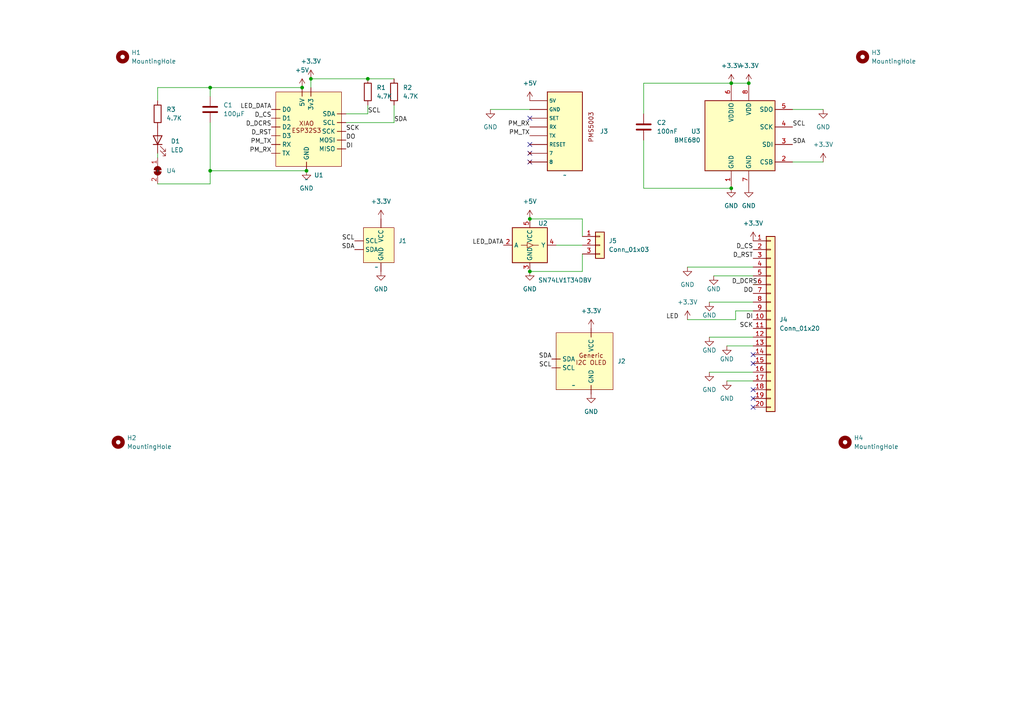
<source format=kicad_sch>
(kicad_sch (version 20231120) (generator "eeschema") (generator_version "8.0")
  (paper "A4")
  (lib_symbols
    (symbol "1mySymbols:Generic_I2C_OLED" (pin_numbers hide)
      (property "Reference" "J" (at 1.27 -3.81 0))
      (symbol "Generic_I2C_OLED_1_1"
        (rectangle (start -5.08 15.24) (end 11.43 -1.27) (fill (type background)))
        (text "Generic\nI2C OLED" (at 5.08 7.62 0) (effects (font (size 1.27 1.27))))
        (pin input line (at -6.35 7.62 0) (length 2.54) (name "SDA") (number "1"))
        (pin input line (at -6.35 5.08 0) (length 2.54) (name "SCL") (number "2"))
        (pin power_in line (at 5.08 -2.54 90) (length 2.54) (name "GND") (number "3"))
        (pin power_in line (at 5.08 16.51 270) (length 2.54) (name "VCC") (number "4"))
      )
    )
    (symbol "1mySymbols:PMS5003_Connector" (pin_numbers hide)
      (property "Reference" "J" (at 0 26.67 0))
      (symbol "PMS5003_Connector_0_0"
        (rectangle (start -5.08 1.27) (end 5.08 24.13) (stroke (width 0.254)) (fill (type background)))
      )
      (symbol "PMS5003_Connector_1_0"
        (pin power_in line (at -10.16 21.59 0) (length 5.08) (name "5V") (number "1"))
        (pin power_in line (at -10.16 19.05 0) (length 5.08) (name "GND") (number "2"))
        (pin input line (at -10.16 16.51 0) (length 5.08) (name "SET") (number "3"))
        (pin input line (at -10.16 13.97 0) (length 5.08) (name "RX") (number "4"))
        (pin output line (at -10.16 11.43 0) (length 5.08) (name "TX") (number "5"))
        (pin input line (at -10.16 8.89 0) (length 5.08) (name "RESET") (number "6"))
        (pin no_connect line (at -10.16 6.35 0) (length 5.08) (name "7") (number "7"))
        (pin no_connect line (at -10.16 3.81 0) (length 5.08) (name "8") (number "8"))
      )
      (symbol "PMS5003_Connector_1_1"
        (text "PMS5003" (at 7.62 13.97 900) (effects (font (size 1.27 1.27))))
      )
    )
    (symbol "1mySymbols:STEMMA_QT/Qwiic" (pin_numbers hide)
      (property "Reference" "J" (at 0 15.24 0))
      (property "Footprint" "Connector_JST:JST_SH_SM04B-SRSS-TB_1x04-1MP_P1.00mm_Horizontal" (at 0 -2.54 0))
      (symbol "STEMMA_QT/Qwiic_1_1"
        (rectangle (start -3.81 11.43) (end 5.08 1.27) (fill (type background)))
        (pin power_in line (at 1.27 -1.27 90) (length 2.54) (name "GND") (number "1"))
        (pin power_in line (at 1.27 13.97 270) (length 2.54) (name "VCC") (number "2"))
        (pin bidirectional line (at -6.35 5.08 0) (length 2.54) (name "SDA") (number "3"))
        (pin input line (at -6.35 7.62 0) (length 2.54) (name "SCL") (number "4"))
      )
    )
    (symbol "1mySymbols:Xiao_ESP32S3" (pin_numbers hide)
      (property "Reference" "U" (at 0 30.48 0))
      (property "Datasheet" "https://wiki.seeedstudio.com/xiao_esp32s3_getting_started/" (at 0 0 0))
      (symbol "Xiao_ESP32S3_1_1"
        (rectangle (start -8.89 25.4) (end 10.16 3.81) (fill (type background)))
        (text "XIAO\nESP32S3" (at 0 15.24 0) (effects (font (size 1.27 1.27))))
        (pin bidirectional line (at -10.16 20.32 0) (length 2.54) (name "D0") (number "1"))
        (pin bidirectional line (at 11.43 8.89 180) (length 2.54) (name "MISO") (number "10"))
        (pin bidirectional line (at 11.43 11.43 180) (length 2.54) (name "MOSI") (number "11"))
        (pin power_in line (at 1.27 26.67 270) (length 2.54) (name "3v3") (number "12"))
        (pin power_out line (at 0 2.54 90) (length 2.54) (name "GND") (number "13"))
        (pin power_out line (at -1.27 26.67 270) (length 2.54) (name "5V") (number "14"))
        (pin bidirectional line (at -10.16 17.78 0) (length 2.54) (name "D1") (number "2"))
        (pin bidirectional line (at -10.16 15.24 0) (length 2.54) (name "D2") (number "3"))
        (pin bidirectional line (at -10.16 12.7 0) (length 2.54) (name "D3") (number "4"))
        (pin bidirectional line (at 11.43 19.05 180) (length 2.54) (name "SDA") (number "5"))
        (pin bidirectional line (at 11.43 16.51 180) (length 2.54) (name "SCL") (number "6"))
        (pin bidirectional line (at -10.16 7.62 0) (length 2.54) (name "TX") (number "7"))
        (pin bidirectional line (at -10.16 10.16 0) (length 2.54) (name "RX") (number "8"))
        (pin bidirectional line (at 11.43 13.97 180) (length 2.54) (name "SCK") (number "9"))
      )
    )
    (symbol "Connector_Generic:Conn_01x03" (pin_names (offset 1.016) hide)
      (property "Reference" "J" (at 0 5.08 0))
      (property "Value" "Conn_01x03" (at 0 -5.08 0))
      (symbol "Conn_01x03_1_1"
        (rectangle (start -1.27 -2.413) (end 0 -2.667) (stroke (width 0.1524)))
        (rectangle (start -1.27 0.127) (end 0 -0.127) (stroke (width 0.1524)))
        (rectangle (start -1.27 2.667) (end 0 2.413) (stroke (width 0.1524)))
        (rectangle (start -1.27 3.81) (end 1.27 -3.81) (stroke (width 0.254)) (fill (type background)))
        (pin passive line (at -5.08 2.54 0) (length 3.81) (name "Pin_1") (number "1"))
        (pin passive line (at -5.08 0 0) (length 3.81) (name "Pin_2") (number "2"))
        (pin passive line (at -5.08 -2.54 0) (length 3.81) (name "Pin_3") (number "3"))
      )
    )
    (symbol "Connector_Generic:Conn_01x20" (pin_names (offset 1.016) hide)
      (property "Reference" "J" (at 0 25.4 0))
      (property "Value" "Conn_01x20" (at 0 -27.94 0))
      (symbol "Conn_01x20_1_1"
        (rectangle (start -1.27 -25.273) (end 0 -25.527) (stroke (width 0.1524)))
        (rectangle (start -1.27 -22.733) (end 0 -22.987) (stroke (width 0.1524)))
        (rectangle (start -1.27 -20.193) (end 0 -20.447) (stroke (width 0.1524)))
        (rectangle (start -1.27 -17.653) (end 0 -17.907) (stroke (width 0.1524)))
        (rectangle (start -1.27 -15.113) (end 0 -15.367) (stroke (width 0.1524)))
        (rectangle (start -1.27 -12.573) (end 0 -12.827) (stroke (width 0.1524)))
        (rectangle (start -1.27 -10.033) (end 0 -10.287) (stroke (width 0.1524)))
        (rectangle (start -1.27 -7.493) (end 0 -7.747) (stroke (width 0.1524)))
        (rectangle (start -1.27 -4.953) (end 0 -5.207) (stroke (width 0.1524)))
        (rectangle (start -1.27 -2.413) (end 0 -2.667) (stroke (width 0.1524)))
        (rectangle (start -1.27 0.127) (end 0 -0.127) (stroke (width 0.1524)))
        (rectangle (start -1.27 2.667) (end 0 2.413) (stroke (width 0.1524)))
        (rectangle (start -1.27 5.207) (end 0 4.953) (stroke (width 0.1524)))
        (rectangle (start -1.27 7.747) (end 0 7.493) (stroke (width 0.1524)))
        (rectangle (start -1.27 10.287) (end 0 10.033) (stroke (width 0.1524)))
        (rectangle (start -1.27 12.827) (end 0 12.573) (stroke (width 0.1524)))
        (rectangle (start -1.27 15.367) (end 0 15.113) (stroke (width 0.1524)))
        (rectangle (start -1.27 17.907) (end 0 17.653) (stroke (width 0.1524)))
        (rectangle (start -1.27 20.447) (end 0 20.193) (stroke (width 0.1524)))
        (rectangle (start -1.27 22.987) (end 0 22.733) (stroke (width 0.1524)))
        (rectangle (start -1.27 24.13) (end 1.27 -26.67) (stroke (width 0.254)) (fill (type background)))
        (pin passive line (at -5.08 22.86 0) (length 3.81) (name "Pin_1") (number "1"))
        (pin passive line (at -5.08 0 0) (length 3.81) (name "Pin_10") (number "10"))
        (pin passive line (at -5.08 -2.54 0) (length 3.81) (name "Pin_11") (number "11"))
        (pin passive line (at -5.08 -5.08 0) (length 3.81) (name "Pin_12") (number "12"))
        (pin passive line (at -5.08 -7.62 0) (length 3.81) (name "Pin_13") (number "13"))
        (pin passive line (at -5.08 -10.16 0) (length 3.81) (name "Pin_14") (number "14"))
        (pin passive line (at -5.08 -12.7 0) (length 3.81) (name "Pin_15") (number "15"))
        (pin passive line (at -5.08 -15.24 0) (length 3.81) (name "Pin_16") (number "16"))
        (pin passive line (at -5.08 -17.78 0) (length 3.81) (name "Pin_17") (number "17"))
        (pin passive line (at -5.08 -20.32 0) (length 3.81) (name "Pin_18") (number "18"))
        (pin passive line (at -5.08 -22.86 0) (length 3.81) (name "Pin_19") (number "19"))
        (pin passive line (at -5.08 20.32 0) (length 3.81) (name "Pin_2") (number "2"))
        (pin passive line (at -5.08 -25.4 0) (length 3.81) (name "Pin_20") (number "20"))
        (pin passive line (at -5.08 17.78 0) (length 3.81) (name "Pin_3") (number "3"))
        (pin passive line (at -5.08 15.24 0) (length 3.81) (name "Pin_4") (number "4"))
        (pin passive line (at -5.08 12.7 0) (length 3.81) (name "Pin_5") (number "5"))
        (pin passive line (at -5.08 10.16 0) (length 3.81) (name "Pin_6") (number "6"))
        (pin passive line (at -5.08 7.62 0) (length 3.81) (name "Pin_7") (number "7"))
        (pin passive line (at -5.08 5.08 0) (length 3.81) (name "Pin_8") (number "8"))
        (pin passive line (at -5.08 2.54 0) (length 3.81) (name "Pin_9") (number "9"))
      )
    )
    (symbol "Device:C" (pin_numbers hide) (pin_names (offset 0.254))
      (property "Reference" "C" (at 0.635 2.54 0))
      (property "Value" "C" (at 0.635 -2.54 0))
      (symbol "C_0_1"
        (polyline (pts (xy -2.032 -0.762) (xy 2.032 -0.762)) (stroke (width 0.508)))
        (polyline (pts (xy -2.032 0.762) (xy 2.032 0.762)) (stroke (width 0.508)))
      )
      (symbol "C_1_1"
        (pin passive line (at 0 3.81 270) (length 2.794) (name "~") (number "1"))
        (pin passive line (at 0 -3.81 90) (length 2.794) (name "~") (number "2"))
      )
    )
    (symbol "Device:LED" (pin_numbers hide) (pin_names (offset 1.016) hide)
      (property "Reference" "D" (at 0 2.54 0))
      (property "Value" "LED" (at 0 -2.54 0))
      (symbol "LED_0_1"
        (polyline (pts (xy -1.27 -1.27) (xy -1.27 1.27)) (stroke (width 0.254)))
        (polyline (pts (xy -1.27 0) (xy 1.27 0)))
        (polyline (pts (xy 1.27 -1.27) (xy 1.27 1.27) (xy -1.27 0) (xy 1.27 -1.27)) (stroke (width 0.254)))
        (polyline (pts (xy -3.048 -0.762) (xy -4.572 -2.286) (xy -3.81 -2.286) (xy -4.572 -2.286) (xy -4.572 -1.524)))
        (polyline (pts (xy -1.778 -0.762) (xy -3.302 -2.286) (xy -2.54 -2.286) (xy -3.302 -2.286) (xy -3.302 -1.524)))
      )
      (symbol "LED_1_1"
        (pin passive line (at -3.81 0 0) (length 2.54) (name "K") (number "1"))
        (pin passive line (at 3.81 0 180) (length 2.54) (name "A") (number "2"))
      )
    )
    (symbol "Device:R" (pin_numbers hide) (pin_names (offset 0))
      (property "Reference" "R" (at 2.032 0 90))
      (property "Value" "R" (at 0 0 90))
      (symbol "R_0_1"
        (rectangle (start -1.016 -2.54) (end 1.016 2.54) (stroke (width 0.254)))
      )
      (symbol "R_1_1"
        (pin passive line (at 0 3.81 270) (length 1.27) (name "~") (number "1"))
        (pin passive line (at 0 -3.81 90) (length 1.27) (name "~") (number "2"))
      )
    )
    (symbol "Jumper:SolderJumper_2_Bridged" (pin_names (offset 0) hide)
      (property "Reference" "JP" (at 0 2.032 0))
      (property "Value" "SolderJumper_2_Bridged" (at 0 -2.54 0))
      (symbol "SolderJumper_2_Bridged_0_1"
        (rectangle (start -0.508 0.508) (end 0.508 -0.508) (fill (type outline)))
        (arc (start -0.254 1.016) (mid -1.2656 0) (end -0.254 -1.016))
        (arc (start -0.254 1.016) (mid -1.2656 0) (end -0.254 -1.016) (fill (type outline)))
        (polyline (pts (xy -0.254 1.016) (xy -0.254 -1.016)))
        (polyline (pts (xy 0.254 1.016) (xy 0.254 -1.016)))
        (arc (start 0.254 -1.016) (mid 1.2656 0) (end 0.254 1.016))
        (arc (start 0.254 -1.016) (mid 1.2656 0) (end 0.254 1.016) (fill (type outline)))
      )
      (symbol "SolderJumper_2_Bridged_1_1"
        (pin passive line (at -3.81 0 0) (length 2.54) (name "A") (number "1"))
        (pin passive line (at 3.81 0 180) (length 2.54) (name "B") (number "2"))
      )
    )
    (symbol "Logic_LevelTranslator:SN74LV1T34DBV"
      (property "Reference" "U" (at 5.08 6.35 0))
      (property "Value" "SN74LV1T34DBV" (at 5.08 3.81 0))
      (symbol "SN74LV1T34DBV_0_1"
        (rectangle (start -5.08 5.08) (end 5.08 -5.08) (stroke (width 0.254)) (fill (type background)))
        (polyline (pts (xy -0.762 0) (xy -2.54 0)))
        (polyline (pts (xy 1.016 0) (xy 2.54 0)))
      )
      (symbol "SN74LV1T34DBV_1_1"
        (polyline (pts (xy -0.762 -0.762) (xy -0.762 0.762) (xy 1.016 0) (xy -0.762 -0.762)))
        (pin no_connect line (at -5.08 2.54 0) (length 2.54) hide (name "NC") (number "1"))
        (pin input line (at -7.62 0 0) (length 2.54) (name "A") (number "2"))
        (pin power_in line (at 0 -7.62 90) (length 2.54) (name "GND") (number "3"))
        (pin output line (at 7.62 0 180) (length 2.54) (name "Y") (number "4"))
        (pin power_in line (at 0 7.62 270) (length 2.54) (name "VCC") (number "5"))
      )
    )
    (symbol "Mechanical:MountingHole" (pin_names (offset 1.016))
      (property "Reference" "H" (at 0 5.08 0))
      (property "Value" "MountingHole" (at 0 3.175 0))
      (symbol "MountingHole_0_1"
        (circle (center 0 0) (radius 1.27) (stroke (width 1.27)))
      )
    )
    (symbol "Sensor:BME680"
      (property "Reference" "U" (at -8.89 11.43 0))
      (property "Value" "BME680" (at 7.62 11.43 0))
      (symbol "BME680_0_1"
        (rectangle (start -10.16 10.16) (end 10.16 -10.16) (stroke (width 0.254)) (fill (type background)))
      )
      (symbol "BME680_1_1"
        (pin power_in line (at -2.54 -15.24 90) (length 5.08) (name "GND") (number "1"))
        (pin input line (at 15.24 -7.62 180) (length 5.08) (name "CSB") (number "2"))
        (pin bidirectional line (at 15.24 -2.54 180) (length 5.08) (name "SDI") (number "3"))
        (pin input line (at 15.24 2.54 180) (length 5.08) (name "SCK") (number "4"))
        (pin bidirectional line (at 15.24 7.62 180) (length 5.08) (name "SDO") (number "5"))
        (pin power_in line (at -2.54 15.24 270) (length 5.08) (name "VDDIO") (number "6"))
        (pin power_in line (at 2.54 -15.24 90) (length 5.08) (name "GND") (number "7"))
        (pin power_in line (at 2.54 15.24 270) (length 5.08) (name "VDD") (number "8"))
      )
    )
    (symbol "power:+3.3V" (power) (pin_names (offset 0))
      (property "Value" "+3.3V" (at 0 3.556 0))
      (symbol "+3.3V_0_1"
        (polyline (pts (xy -0.762 1.27) (xy 0 2.54)))
        (polyline (pts (xy 0 0) (xy 0 2.54)))
        (polyline (pts (xy 0 2.54) (xy 0.762 1.27)))
      )
      (symbol "+3.3V_1_1"
        (pin power_in line (at 0 0 90) (length 0) hide (name "+3.3V") (number "1"))
      )
    )
    (symbol "power:+5V" (power) (pin_names (offset 0))
      (property "Value" "+5V" (at 0 3.556 0))
      (symbol "+5V_0_1"
        (polyline (pts (xy -0.762 1.27) (xy 0 2.54)))
        (polyline (pts (xy 0 0) (xy 0 2.54)))
        (polyline (pts (xy 0 2.54) (xy 0.762 1.27)))
      )
      (symbol "+5V_1_1"
        (pin power_in line (at 0 0 90) (length 0) hide (name "+5V") (number "1"))
      )
    )
    (symbol "power:GND" (power) (pin_names (offset 0))
      (property "Value" "GND" (at 0 -3.81 0))
      (symbol "GND_0_1"
        (polyline (pts (xy 0 0) (xy 0 -1.27) (xy 1.27 -1.27) (xy 0 -2.54) (xy -1.27 -1.27) (xy 0 -1.27)))
      )
      (symbol "GND_1_1"
        (pin power_in line (at 0 0 270) (length 0) hide (name "GND") (number "1"))
      )
    )
  )
  (junction (at 87.63 25.4))
  (junction (at 60.96 49.53))
  (junction (at 106.68 22.86))
  (junction (at 153.67 78.74))
  (junction (at 217.17 24.13))
  (junction (at 88.9 49.53))
  (junction (at 90.17 22.86))
  (junction (at 212.09 24.13))
  (junction (at 60.96 25.4))
  (junction (at 212.09 54.61))
  (junction (at 153.67 63.5))
  (no_connect (at 218.44 102.87))
  (no_connect (at 153.67 44.45))
  (no_connect (at 218.44 113.03))
  (no_connect (at 218.44 105.41))
  (no_connect (at 153.67 46.99))
  (no_connect (at 153.67 41.91))
  (no_connect (at 218.44 118.11))
  (no_connect (at 218.44 115.57))
  (no_connect (at 153.67 34.29))
  (wire (pts (xy 205.74 87.63) (xy 218.44 87.63)))
  (wire (pts (xy 87.63 25.4) (xy 60.96 25.4)))
  (wire (pts (xy 205.74 97.79) (xy 218.44 97.79)))
  (wire (pts (xy 161.29 71.12) (xy 168.91 71.12)))
  (wire (pts (xy 45.72 44.45) (xy 45.72 45.72)))
  (wire (pts (xy 90.17 22.86) (xy 106.68 22.86)))
  (wire (pts (xy 219.71 82.55) (xy 218.44 82.55)))
  (wire (pts (xy 205.74 107.95) (xy 218.44 107.95)))
  (wire (pts (xy 212.09 24.13) (xy 217.17 24.13)))
  (wire (pts (xy 207.01 80.01) (xy 218.44 80.01)))
  (wire (pts (xy 213.36 90.17) (xy 218.44 90.17)))
  (wire (pts (xy 106.68 22.86) (xy 114.3 22.86)))
  (wire (pts (xy 60.96 25.4) (xy 60.96 27.94)))
  (wire (pts (xy 238.76 46.99) (xy 229.87 46.99)))
  (wire (pts (xy 106.68 33.02) (xy 100.33 33.02)))
  (wire (pts (xy 212.09 24.13) (xy 186.69 24.13)))
  (wire (pts (xy 186.69 24.13) (xy 186.69 33.02)))
  (wire (pts (xy 213.36 92.71) (xy 213.36 90.17)))
  (wire (pts (xy 114.3 30.48) (xy 114.3 35.56)))
  (wire (pts (xy 45.72 53.34) (xy 60.96 53.34)))
  (wire (pts (xy 45.72 25.4) (xy 60.96 25.4)))
  (wire (pts (xy 60.96 49.53) (xy 60.96 53.34)))
  (wire (pts (xy 106.68 30.48) (xy 106.68 33.02)))
  (wire (pts (xy 88.9 49.53) (xy 60.96 49.53)))
  (wire (pts (xy 153.67 78.74) (xy 168.91 78.74)))
  (wire (pts (xy 186.69 54.61) (xy 186.69 40.64)))
  (wire (pts (xy 168.91 73.66) (xy 168.91 78.74)))
  (wire (pts (xy 199.39 77.47) (xy 218.44 77.47)))
  (wire (pts (xy 142.24 31.75) (xy 153.67 31.75)))
  (wire (pts (xy 210.82 110.49) (xy 218.44 110.49)))
  (wire (pts (xy 153.67 63.5) (xy 168.91 63.5)))
  (wire (pts (xy 238.76 31.75) (xy 229.87 31.75)))
  (wire (pts (xy 212.09 54.61) (xy 186.69 54.61)))
  (wire (pts (xy 114.3 35.56) (xy 100.33 35.56)))
  (wire (pts (xy 168.91 63.5) (xy 168.91 68.58)))
  (wire (pts (xy 90.17 22.86) (xy 90.17 25.4)))
  (wire (pts (xy 199.39 92.71) (xy 213.36 92.71)))
  (wire (pts (xy 210.82 100.33) (xy 218.44 100.33)))
  (wire (pts (xy 60.96 35.56) (xy 60.96 49.53)))
  (wire (pts (xy 45.72 25.4) (xy 45.72 29.21)))
  (label "SCK" (at 100.33 38.1 0))
  (label "LED_DATA" (at 78.74 31.75 180))
  (label "SCL" (at 106.68 33.02 0))
  (label "LED_DATA" (at 146.05 71.12 180))
  (label "DO" (at 218.44 85.09 180))
  (label "DI" (at 218.44 92.71 180))
  (label "D_CS" (at 78.74 34.29 180))
  (label "PM_TX" (at 78.74 41.91 180))
  (label "SCL" (at 102.87 69.85 180))
  (label "D_DCRS" (at 78.74 36.83 180))
  (label "SCL" (at 160.02 106.68 180))
  (label "PM_TX" (at 153.67 39.37 180))
  (label "SDA" (at 114.3 35.56 0))
  (label "SDA" (at 102.87 72.39 180))
  (label "SDA" (at 160.02 104.14 180))
  (label "D_RST" (at 78.74 39.37 180))
  (label "SDA" (at 229.87 41.91 0))
  (label "DO" (at 100.33 40.64 0))
  (label "D_CS" (at 218.44 72.39 180))
  (label "DI" (at 100.33 43.18 0))
  (label "D_RST" (at 218.44 74.93 180))
  (label "PM_RX" (at 78.74 44.45 180))
  (label "PM_RX" (at 153.67 36.83 180))
  (label "D_DCRS" (at 219.71 82.55 180))
  (label "SCK" (at 218.44 95.25 180))
  (label "SCL" (at 229.87 36.83 0))
  (label "LED" (at 196.85 92.71 180))
  (symbol (lib_id "Device:R") (at 106.68 26.67 0) (unit 1)
    (property "Reference" "R1" (at 109.22 25.4 0) (effects (justify left)))
    (property "Value" "4.7K" (at 109.22 27.94 0) (effects (justify left)))
    (property "Footprint" "Resistor_SMD:R_1210_3225Metric" (effects (hide yes)))
  )
  (symbol (lib_id "Device:C") (at 60.96 31.75 0) (unit 1)
    (property "Reference" "C1" (at 64.77 30.48 0) (effects (justify left)))
    (property "Value" "100µF" (at 64.77 33.02 0) (effects (justify left)))
    (property "Footprint" "Capacitor_SMD:C_1206_3216Metric" (effects (hide yes)))
  )
  (symbol (lib_id "power:+3.3V") (at 110.49 63.5 0) (unit 1)
    (property "Reference" "#PWR04" (effects (hide yes)))
    (property "Value" "+3.3V" (at 110.49 58.42 0))
  )
  (symbol (lib_id "power:GND") (at 205.74 107.95 0) (unit 1)
    (property "Reference" "#PWR016" (effects (hide yes)))
    (property "Value" "GND" (at 205.74 113.03 0))
  )
  (symbol (lib_id "power:GND") (at 217.17 54.61 0) (unit 1)
    (property "Reference" "#PWR024" (effects (hide yes)))
    (property "Value" "GND" (at 217.17 59.69 0))
  )
  (symbol (lib_id "Mechanical:MountingHole") (at 34.29 128.27 0) (unit 1)
    (property "Reference" "H2" (at 36.83 127 0) (effects (justify left)))
    (property "Value" "MountingHole" (at 36.83 129.54 0) (effects (justify left)))
    (property "Footprint" "MountingHole:MountingHole_2.7mm_M2.5" (effects (hide yes)))
  )
  (symbol (lib_id "power:+5V") (at 153.67 29.21 0) (unit 1)
    (property "Reference" "#PWR011" (effects (hide yes)))
    (property "Value" "+5V" (at 153.67 24.13 0))
  )
  (symbol (lib_id "Jumper:SolderJumper_2_Bridged") (at 45.72 49.53 270) (unit 1)
    (property "Reference" "U4" (at 48.26 49.53 90) (effects (justify left)))
    (property "Value" "~" (at 45.72 49.53 0))
    (property "Footprint" "Jumper:SolderJumper-2_P1.3mm_Bridged_RoundedPad1.0x1.5mm" (effects (hide yes)))
  )
  (symbol (lib_id "power:GND") (at 142.24 31.75 0) (unit 1)
    (property "Reference" "#PWR010" (effects (hide yes)))
    (property "Value" "GND" (at 142.24 36.83 0))
  )
  (symbol (lib_id "power:GND") (at 199.39 77.47 0) (unit 1)
    (property "Reference" "#PWR012" (effects (hide yes)))
    (property "Value" "GND" (at 199.39 82.55 0))
  )
  (symbol (lib_id "power:GND") (at 210.82 110.49 0) (unit 1)
    (property "Reference" "#PWR019" (effects (hide yes)))
    (property "Value" "GND" (at 210.82 115.57 0))
  )
  (symbol (lib_id "power:GND") (at 88.9 49.53 0) (unit 1)
    (property "Reference" "#PWR02" (effects (hide yes)))
    (property "Value" "GND" (at 88.9 54.61 0))
  )
  (symbol (lib_id "power:+3.3V") (at 218.44 69.85 0) (unit 1)
    (property "Reference" "#PWR020" (effects (hide yes)))
    (property "Value" "+3.3V" (at 218.44 64.77 0))
  )
  (symbol (lib_id "power:+3.3V") (at 217.17 24.13 0) (unit 1)
    (property "Reference" "#PWR023" (effects (hide yes)))
    (property "Value" "+3.3V" (at 217.17 19.05 0))
  )
  (symbol (lib_id "Connector_Generic:Conn_01x03") (at 173.99 71.12 0) (unit 1)
    (property "Reference" "J5" (at 176.53 69.85 0) (effects (justify left)))
    (property "Value" "Conn_01x03" (at 176.53 72.39 0) (effects (justify left)))
    (property "Footprint" "Connector_PinSocket_2.54mm:PinSocket_1x03_P2.54mm_Vertical" (effects (hide yes)))
  )
  (symbol (lib_id "Device:C") (at 186.69 36.83 0) (unit 1)
    (property "Reference" "C2" (at 190.5 35.56 0) (effects (justify left)))
    (property "Value" "100nF" (at 190.5 38.1 0) (effects (justify left)))
    (property "Footprint" "Capacitor_SMD:C_1206_3216Metric_Pad1.33x1.80mm_HandSolder" (effects (hide yes)))
  )
  (symbol (lib_id "power:GND") (at 238.76 31.75 0) (unit 1)
    (property "Reference" "#PWR026" (effects (hide yes)))
    (property "Value" "GND" (at 238.76 36.83 0))
  )
  (symbol (lib_id "power:GND") (at 210.82 100.33 0) (unit 1)
    (property "Reference" "#PWR018" (effects (hide yes)))
    (property "Value" "GND" (at 210.82 104.14 0))
  )
  (symbol (lib_id "power:GND") (at 110.49 78.74 0) (unit 1)
    (property "Reference" "#PWR05" (effects (hide yes)))
    (property "Value" "GND" (at 110.49 83.82 0))
  )
  (symbol (lib_id "Sensor:BME680") (at 214.63 39.37 0) (unit 1)
    (property "Reference" "U3" (at 203.2 38.1 0) (effects (justify right)))
    (property "Value" "BME680" (at 203.2 40.64 0) (effects (justify right)))
    (property "Footprint" "Package_LGA:Bosch_LGA-8_3x3mm_P0.8mm_ClockwisePinNumbering" (effects (hide yes)))
    (property "Datasheet" "https://ae-bst.resource.bosch.com/media/_tech/media/datasheets/BST-BME680-DS001.pdf" (effects (hide yes)))
  )
  (symbol (lib_id "power:GND") (at 205.74 87.63 0) (unit 1)
    (property "Reference" "#PWR014" (effects (hide yes)))
    (property "Value" "GND" (at 205.74 91.44 0))
  )
  (symbol (lib_id "power:+5V") (at 153.67 63.5 0) (unit 1)
    (property "Reference" "#PWR06" (effects (hide yes)))
    (property "Value" "+5V" (at 153.67 58.42 0))
  )
  (symbol (lib_id "1mySymbols:STEMMA_QT/Qwiic") (at 109.22 77.47 0) (unit 1)
    (property "Reference" "J1" (at 115.57 69.85 0) (effects (justify left)))
    (property "Value" "~" (at 109.22 77.47 0))
    (property "Footprint" "Connector_JST:JST_SH_SM04B-SRSS-TB_1x04-1MP_P1.00mm_Horizontal" (effects (hide yes)))
    (property "Datasheet" "https://learn.adafruit.com/introducing-adafruit-stemma-qt/what-is-stemma-qt" (effects (hide yes)))
  )
  (symbol (lib_id "Device:LED") (at 45.72 40.64 90) (unit 1)
    (property "Reference" "D1" (at 49.53 40.9575 90) (effects (justify right)))
    (property "Value" "LED" (at 49.53 43.4975 90) (effects (justify right)))
    (property "Footprint" "LED_SMD:LED_1206_3216Metric_Pad1.42x1.75mm_HandSolder" (effects (hide yes)))
  )
  (symbol (lib_id "1mySymbols:PMS5003_Connector") (at 163.83 50.8 0) (unit 1)
    (property "Reference" "J3" (at 173.99 38.1 0) (effects (justify left)))
    (property "Value" "~" (at 163.83 50.8 0))
    (property "Footprint" "1myFootprints:PMS5003 Connector" (effects (hide yes)))
    (property "Datasheet" "https://www.digikey.jp/htmldatasheets/production/2903006/0/0/1/pms5003-series-manual.html" (effects (hide yes)))
  )
  (symbol (lib_id "Mechanical:MountingHole") (at 35.56 16.51 0) (unit 1)
    (property "Reference" "H1" (at 38.1 15.24 0) (effects (justify left)))
    (property "Value" "MountingHole" (at 38.1 17.78 0) (effects (justify left)))
    (property "Footprint" "MountingHole:MountingHole_2.7mm_M2.5" (effects (hide yes)))
  )
  (symbol (lib_id "power:+3.3V") (at 199.39 92.71 0) (unit 1)
    (property "Reference" "#PWR013" (effects (hide yes)))
    (property "Value" "+3.3V" (at 199.39 87.63 0))
  )
  (symbol (lib_id "power:GND") (at 205.74 97.79 0) (unit 1)
    (property "Reference" "#PWR015" (effects (hide yes)))
    (property "Value" "GND" (at 205.74 101.6 0))
  )
  (symbol (lib_id "power:+5V") (at 87.63 25.4 0) (unit 1)
    (property "Reference" "#PWR01" (effects (hide yes)))
    (property "Value" "+5V" (at 87.63 20.32 0))
  )
  (symbol (lib_id "power:GND") (at 171.45 114.3 0) (unit 1)
    (property "Reference" "#PWR09" (effects (hide yes)))
    (property "Value" "GND" (at 171.45 119.38 0))
  )
  (symbol (lib_id "Device:R") (at 114.3 26.67 0) (unit 1)
    (property "Reference" "R2" (at 116.84 25.4 0) (effects (justify left)))
    (property "Value" "4.7K" (at 116.84 27.94 0) (effects (justify left)))
    (property "Footprint" "Resistor_SMD:R_1210_3225Metric" (effects (hide yes)))
  )
  (symbol (lib_id "Connector_Generic:Conn_01x20") (at 223.52 92.71 0) (unit 1)
    (property "Reference" "J4" (at 226.06 92.71 0) (effects (justify left)))
    (property "Value" "Conn_01x20" (at 226.06 95.25 0) (effects (justify left)))
    (property "Footprint" "1myFootprints:AMPHENOL_20021511-00020T4LF" (effects (hide yes)))
  )
  (symbol (lib_id "Device:R") (at 45.72 33.02 0) (unit 1)
    (property "Reference" "R3" (at 48.26 31.75 0) (effects (justify left)))
    (property "Value" "4.7K" (at 48.26 34.29 0) (effects (justify left)))
    (property "Footprint" "Resistor_SMD:R_1206_3216Metric_Pad1.30x1.75mm_HandSolder" (effects (hide yes)))
  )
  (symbol (lib_id "power:GND") (at 207.01 80.01 0) (unit 1)
    (property "Reference" "#PWR017" (effects (hide yes)))
    (property "Value" "GND" (at 207.01 83.82 0))
  )
  (symbol (lib_id "Mechanical:MountingHole") (at 250.19 16.51 0) (unit 1)
    (property "Reference" "H3" (at 252.73 15.24 0) (effects (justify left)))
    (property "Value" "MountingHole" (at 252.73 17.78 0) (effects (justify left)))
    (property "Footprint" "MountingHole:MountingHole_2.7mm_M2.5" (effects (hide yes)))
  )
  (symbol (lib_id "1mySymbols:Generic_I2C_OLED") (at 166.37 111.76 0) (unit 1)
    (property "Reference" "J2" (at 179.07 104.775 0) (effects (justify left)))
    (property "Value" "~" (at 166.37 111.76 0))
    (property "Footprint" "1myFootprints:Generic I2C OLED" (effects (hide yes)))
  )
  (symbol (lib_id "Logic_LevelTranslator:SN74LV1T34DBV") (at 153.67 71.12 0) (unit 1)
    (property "Reference" "U2" (at 157.48 64.77 0))
    (property "Value" "SN74LV1T34DBV" (at 163.83 81.28 0))
    (property "Footprint" "Package_TO_SOT_SMD:SOT-23-5" (effects (hide yes)))
    (property "Datasheet" "https://www.ti.com/lit/ds/symlink/sn74lv1t34.pdf" (effects (hide yes)))
  )
  (symbol (lib_id "power:+3.3V") (at 238.76 46.99 0) (unit 1)
    (property "Reference" "#PWR025" (effects (hide yes)))
    (property "Value" "+3.3V" (at 238.76 41.91 0))
  )
  (symbol (lib_id "power:GND") (at 153.67 78.74 0) (unit 1)
    (property "Reference" "#PWR07" (effects (hide yes)))
    (property "Value" "GND" (at 153.67 83.82 0))
  )
  (symbol (lib_id "1mySymbols:Xiao_ESP32S3") (at 88.9 52.07 0) (unit 1)
    (property "Reference" "U1" (at 91.0941 50.8 0) (effects (justify left)))
    (property "Value" "~" (at 88.9 52.07 0))
    (property "Footprint" "1myFootprints:Xiao ESP32S3" (effects (hide yes)))
    (property "Datasheet" "https://wiki.seeedstudio.com/xiao_esp32s3_getting_started/" (effects (hide yes)))
  )
  (symbol (lib_id "power:+3.3V") (at 212.09 24.13 0) (unit 1)
    (property "Reference" "#PWR021" (effects (hide yes)))
    (property "Value" "+3.3V" (at 212.09 19.05 0))
  )
  (symbol (lib_id "power:+3.3V") (at 171.45 95.25 0) (unit 1)
    (property "Reference" "#PWR08" (effects (hide yes)))
    (property "Value" "+3.3V" (at 171.45 90.17 0))
  )
  (symbol (lib_id "power:+3.3V") (at 90.17 22.86 0) (unit 1)
    (property "Reference" "#PWR03" (effects (hide yes)))
    (property "Value" "+3.3V" (at 90.17 17.78 0))
  )
  (symbol (lib_id "Mechanical:MountingHole") (at 245.11 128.27 0) (unit 1)
    (property "Reference" "H4" (at 247.65 127 0) (effects (justify left)))
    (property "Value" "MountingHole" (at 247.65 129.54 0) (effects (justify left)))
    (property "Footprint" "MountingHole:MountingHole_2.7mm_M2.5" (effects (hide yes)))
  )
  (symbol (lib_id "power:GND") (at 212.09 54.61 0) (unit 1)
    (property "Reference" "#PWR022" (effects (hide yes)))
    (property "Value" "GND" (at 212.09 59.69 0))
  )
)
</source>
